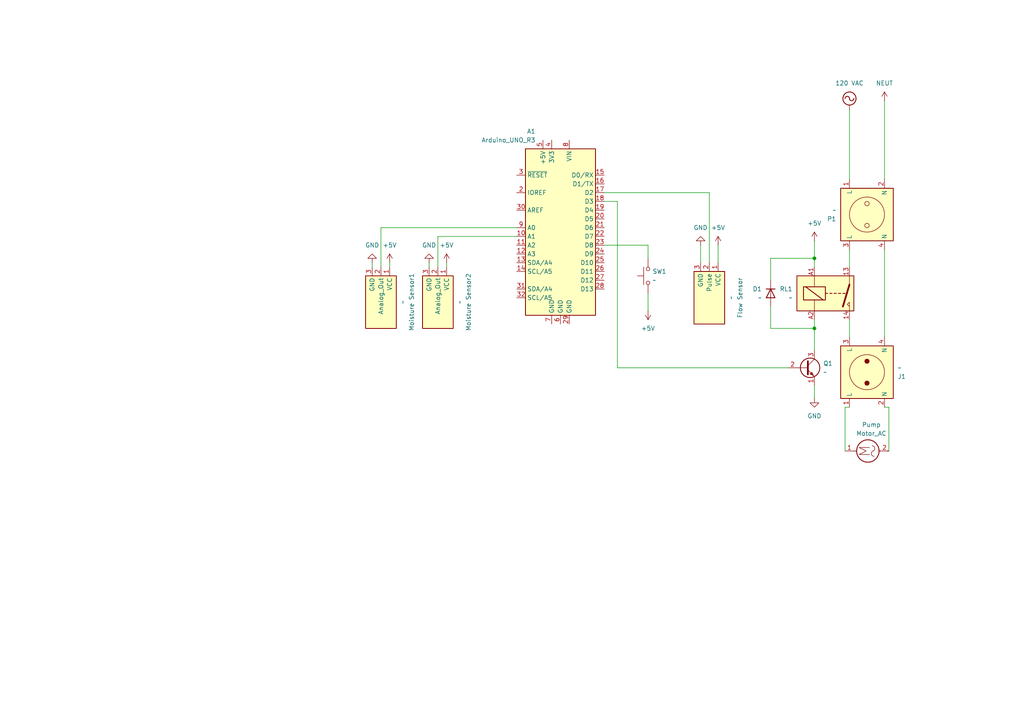
<source format=kicad_sch>
(kicad_sch
	(version 20250114)
	(generator "eeschema")
	(generator_version "9.0")
	(uuid "455ec9bb-e158-4b2a-b179-271533eeb8a5")
	(paper "A4")
	(lib_symbols
		(symbol "3SP-H2S-50_110-304_1"
			(exclude_from_sim no)
			(in_bom yes)
			(on_board yes)
			(property "Reference" "Moisture Sensor1"
				(at 0 8.89 0)
				(effects
					(font
						(size 1.27 1.27)
					)
				)
			)
			(property "Value" "~"
				(at 0 6.35 0)
				(effects
					(font
						(size 1.27 1.27)
					)
				)
			)
			(property "Footprint" ""
				(at 0 -8.89 0)
				(effects
					(font
						(size 1.27 1.27)
					)
					(hide yes)
				)
			)
			(property "Datasheet" ""
				(at 0 -11.43 0)
				(effects
					(font
						(size 1.27 1.27)
					)
					(hide yes)
				)
			)
			(property "Description" ""
				(at 0 0 0)
				(effects
					(font
						(size 1.27 1.27)
					)
					(hide yes)
				)
			)
			(property "ki_keywords" "H2S sensor"
				(at 0 0 0)
				(effects
					(font
						(size 1.27 1.27)
					)
					(hide yes)
				)
			)
			(property "ki_fp_filters" "SPEC*110*10Pin*"
				(at 0 0 0)
				(effects
					(font
						(size 1.27 1.27)
					)
					(hide yes)
				)
			)
			(symbol "3SP-H2S-50_110-304_1_0_1"
				(rectangle
					(start -7.62 4.445)
					(end 7.62 -4.445)
					(stroke
						(width 0.254)
						(type default)
					)
					(fill
						(type background)
					)
				)
			)
			(symbol "3SP-H2S-50_110-304_1_1_1"
				(pin input line
					(at -10.16 2.54 0)
					(length 2.54)
					(name "VCC"
						(effects
							(font
								(size 1.27 1.27)
							)
						)
					)
					(number "1"
						(effects
							(font
								(size 1.27 1.27)
							)
						)
					)
				)
				(pin output line
					(at -10.16 0 0)
					(length 2.54)
					(name "Analog_Out"
						(effects
							(font
								(size 1.27 1.27)
							)
						)
					)
					(number "2"
						(effects
							(font
								(size 1.27 1.27)
							)
						)
					)
				)
				(pin input line
					(at -10.16 -2.54 0)
					(length 2.54)
					(name "GND"
						(effects
							(font
								(size 1.27 1.27)
							)
						)
					)
					(number "3"
						(effects
							(font
								(size 1.27 1.27)
							)
						)
					)
				)
			)
			(embedded_fonts no)
		)
		(symbol "Connector:Conn_Plug_2P"
			(exclude_from_sim no)
			(in_bom yes)
			(on_board yes)
			(property "Reference" "P1"
				(at -1.2701 8.89 90)
				(effects
					(font
						(size 1.27 1.27)
					)
					(justify left)
				)
			)
			(property "Value" "Conn_Plug_2P"
				(at 1.2699 8.89 90)
				(effects
					(font
						(size 1.27 1.27)
					)
					(justify left)
				)
			)
			(property "Footprint" ""
				(at -4.572 -0.254 0)
				(effects
					(font
						(size 1.27 1.27)
					)
					(hide yes)
				)
			)
			(property "Datasheet" "~"
				(at 0 0 0)
				(effects
					(font
						(size 1.27 1.27)
					)
					(hide yes)
				)
			)
			(property "Description" "2 Pins non-protected generic plug"
				(at 0 0 0)
				(effects
					(font
						(size 1.27 1.27)
					)
					(hide yes)
				)
			)
			(property "ki_keywords" "2P mains plug wall"
				(at 0 0 0)
				(effects
					(font
						(size 1.27 1.27)
					)
					(hide yes)
				)
			)
			(property "ki_fp_filters" "CEE*7/2* CEE*7/16* CEE*7/17* NEMA*1?15* SN?441011*Type?11*"
				(at 0 0 0)
				(effects
					(font
						(size 1.27 1.27)
					)
					(hide yes)
				)
			)
			(symbol "Conn_Plug_2P_0_1"
				(circle
					(center 0 0)
					(radius 5.08)
					(stroke
						(width 0)
						(type default)
					)
					(fill
						(type none)
					)
				)
			)
			(symbol "Conn_Plug_2P_1_1"
				(rectangle
					(start -7.62 7.62)
					(end 7.62 -7.62)
					(stroke
						(width 0.254)
						(type default)
					)
					(fill
						(type background)
					)
				)
				(circle
					(center -3.175 0)
					(radius 0.635)
					(stroke
						(width 0)
						(type default)
					)
					(fill
						(type none)
					)
				)
				(circle
					(center 3.175 0)
					(radius 0.635)
					(stroke
						(width 0)
						(type default)
					)
					(fill
						(type none)
					)
				)
				(pin power_out line
					(at -10.16 5.08 0)
					(length 2.54)
					(name "L"
						(effects
							(font
								(size 1.27 1.27)
							)
						)
					)
					(number "3"
						(effects
							(font
								(size 1.27 1.27)
							)
						)
					)
				)
				(pin power_out line
					(at -10.16 -5.08 0)
					(length 2.54)
					(name "N"
						(effects
							(font
								(size 1.27 1.27)
							)
						)
					)
					(number "4"
						(effects
							(font
								(size 1.27 1.27)
							)
						)
					)
				)
				(pin power_in line
					(at 10.16 5.08 180)
					(length 2.54)
					(name "L"
						(effects
							(font
								(size 1.27 1.27)
							)
						)
					)
					(number "1"
						(effects
							(font
								(size 1.27 1.27)
							)
						)
					)
				)
				(pin power_in line
					(at 10.16 -5.08 180)
					(length 2.54)
					(name "N"
						(effects
							(font
								(size 1.27 1.27)
							)
						)
					)
					(number "2"
						(effects
							(font
								(size 1.27 1.27)
							)
						)
					)
				)
			)
			(embedded_fonts no)
		)
		(symbol "Connector:Conn_Receptacle_2P"
			(exclude_from_sim no)
			(in_bom yes)
			(on_board yes)
			(property "Reference" "J1"
				(at 1.2701 -8.89 90)
				(effects
					(font
						(size 1.27 1.27)
					)
					(justify right)
				)
			)
			(property "Value" "Conn_Receptacle_2P"
				(at -1.2699 -8.89 90)
				(effects
					(font
						(size 1.27 1.27)
					)
					(justify right)
				)
			)
			(property "Footprint" ""
				(at -4.572 -0.254 0)
				(effects
					(font
						(size 1.27 1.27)
					)
					(hide yes)
				)
			)
			(property "Datasheet" "~"
				(at 0 0 0)
				(effects
					(font
						(size 1.27 1.27)
					)
					(hide yes)
				)
			)
			(property "Description" "2 Pins non-protected generic plug"
				(at 0.254 0 0)
				(effects
					(font
						(size 1.27 1.27)
					)
					(hide yes)
				)
			)
			(property "ki_keywords" "2P mains receptacle wall"
				(at 0 0 0)
				(effects
					(font
						(size 1.27 1.27)
					)
					(hide yes)
				)
			)
			(property "ki_fp_filters" "CEE*7/2* CEE*7/16* CEE*7/17* NEMA*1?15* SN?441011*Type?11*"
				(at 0 0 0)
				(effects
					(font
						(size 1.27 1.27)
					)
					(hide yes)
				)
			)
			(symbol "Conn_Receptacle_2P_0_1"
				(circle
					(center 0 0)
					(radius 5.08)
					(stroke
						(width 0)
						(type default)
					)
					(fill
						(type none)
					)
				)
			)
			(symbol "Conn_Receptacle_2P_1_1"
				(rectangle
					(start -7.62 7.62)
					(end 7.62 -7.62)
					(stroke
						(width 0.254)
						(type default)
					)
					(fill
						(type background)
					)
				)
				(circle
					(center -3.175 0)
					(radius 0.635)
					(stroke
						(width 0)
						(type default)
					)
					(fill
						(type outline)
					)
				)
				(circle
					(center 3.175 0)
					(radius 0.635)
					(stroke
						(width 0)
						(type default)
					)
					(fill
						(type outline)
					)
				)
				(pin power_in line
					(at -10.16 5.08 0)
					(length 2.54)
					(name "L"
						(effects
							(font
								(size 1.27 1.27)
							)
						)
					)
					(number "3"
						(effects
							(font
								(size 1.27 1.27)
							)
						)
					)
				)
				(pin power_in line
					(at -10.16 -5.08 0)
					(length 2.54)
					(name "N"
						(effects
							(font
								(size 1.27 1.27)
							)
						)
					)
					(number "4"
						(effects
							(font
								(size 1.27 1.27)
							)
						)
					)
				)
				(pin power_out line
					(at 10.16 5.08 180)
					(length 2.54)
					(name "L"
						(effects
							(font
								(size 1.27 1.27)
							)
						)
					)
					(number "1"
						(effects
							(font
								(size 1.27 1.27)
							)
						)
					)
				)
				(pin power_out line
					(at 10.16 -5.08 180)
					(length 2.54)
					(name "N"
						(effects
							(font
								(size 1.27 1.27)
							)
						)
					)
					(number "2"
						(effects
							(font
								(size 1.27 1.27)
							)
						)
					)
				)
			)
			(embedded_fonts no)
		)
		(symbol "Diode:1N4007"
			(pin_numbers
				(hide yes)
			)
			(pin_names
				(hide yes)
			)
			(exclude_from_sim no)
			(in_bom yes)
			(on_board yes)
			(property "Reference" "D"
				(at 0 2.54 0)
				(effects
					(font
						(size 1.27 1.27)
					)
				)
			)
			(property "Value" "1N4007"
				(at 0 -2.54 0)
				(effects
					(font
						(size 1.27 1.27)
					)
				)
			)
			(property "Footprint" "Diode_THT:D_DO-41_SOD81_P10.16mm_Horizontal"
				(at 0 -4.445 0)
				(effects
					(font
						(size 1.27 1.27)
					)
					(hide yes)
				)
			)
			(property "Datasheet" "http://www.vishay.com/docs/88503/1n4001.pdf"
				(at 0 0 0)
				(effects
					(font
						(size 1.27 1.27)
					)
					(hide yes)
				)
			)
			(property "Description" "1000V 1A General Purpose Rectifier Diode, DO-41"
				(at 0 0 0)
				(effects
					(font
						(size 1.27 1.27)
					)
					(hide yes)
				)
			)
			(property "Sim.Device" "D"
				(at 0 0 0)
				(effects
					(font
						(size 1.27 1.27)
					)
					(hide yes)
				)
			)
			(property "Sim.Pins" "1=K 2=A"
				(at 0 0 0)
				(effects
					(font
						(size 1.27 1.27)
					)
					(hide yes)
				)
			)
			(property "ki_keywords" "diode"
				(at 0 0 0)
				(effects
					(font
						(size 1.27 1.27)
					)
					(hide yes)
				)
			)
			(property "ki_fp_filters" "D*DO?41*"
				(at 0 0 0)
				(effects
					(font
						(size 1.27 1.27)
					)
					(hide yes)
				)
			)
			(symbol "1N4007_0_1"
				(polyline
					(pts
						(xy -1.27 1.27) (xy -1.27 -1.27)
					)
					(stroke
						(width 0.254)
						(type default)
					)
					(fill
						(type none)
					)
				)
				(polyline
					(pts
						(xy 1.27 1.27) (xy 1.27 -1.27) (xy -1.27 0) (xy 1.27 1.27)
					)
					(stroke
						(width 0.254)
						(type default)
					)
					(fill
						(type none)
					)
				)
				(polyline
					(pts
						(xy 1.27 0) (xy -1.27 0)
					)
					(stroke
						(width 0)
						(type default)
					)
					(fill
						(type none)
					)
				)
			)
			(symbol "1N4007_1_1"
				(pin passive line
					(at -3.81 0 0)
					(length 2.54)
					(name "K"
						(effects
							(font
								(size 1.27 1.27)
							)
						)
					)
					(number "1"
						(effects
							(font
								(size 1.27 1.27)
							)
						)
					)
				)
				(pin passive line
					(at 3.81 0 180)
					(length 2.54)
					(name "A"
						(effects
							(font
								(size 1.27 1.27)
							)
						)
					)
					(number "2"
						(effects
							(font
								(size 1.27 1.27)
							)
						)
					)
				)
			)
			(embedded_fonts no)
		)
		(symbol "MCU_Module:Arduino_UNO_R3"
			(exclude_from_sim no)
			(in_bom yes)
			(on_board yes)
			(property "Reference" "A"
				(at -10.16 23.495 0)
				(effects
					(font
						(size 1.27 1.27)
					)
					(justify left bottom)
				)
			)
			(property "Value" "Arduino_UNO_R3"
				(at 5.08 -26.67 0)
				(effects
					(font
						(size 1.27 1.27)
					)
					(justify left top)
				)
			)
			(property "Footprint" "Module:Arduino_UNO_R3"
				(at 0 0 0)
				(effects
					(font
						(size 1.27 1.27)
						(italic yes)
					)
					(hide yes)
				)
			)
			(property "Datasheet" "https://www.arduino.cc/en/Main/arduinoBoardUno"
				(at 0 0 0)
				(effects
					(font
						(size 1.27 1.27)
					)
					(hide yes)
				)
			)
			(property "Description" "Arduino UNO Microcontroller Module, release 3"
				(at 0 0 0)
				(effects
					(font
						(size 1.27 1.27)
					)
					(hide yes)
				)
			)
			(property "ki_keywords" "Arduino UNO R3 Microcontroller Module Atmel AVR USB"
				(at 0 0 0)
				(effects
					(font
						(size 1.27 1.27)
					)
					(hide yes)
				)
			)
			(property "ki_fp_filters" "Arduino*UNO*R3*"
				(at 0 0 0)
				(effects
					(font
						(size 1.27 1.27)
					)
					(hide yes)
				)
			)
			(symbol "Arduino_UNO_R3_0_1"
				(rectangle
					(start -10.16 22.86)
					(end 10.16 -25.4)
					(stroke
						(width 0.254)
						(type default)
					)
					(fill
						(type background)
					)
				)
			)
			(symbol "Arduino_UNO_R3_1_1"
				(pin bidirectional line
					(at -12.7 15.24 0)
					(length 2.54)
					(name "D0/RX"
						(effects
							(font
								(size 1.27 1.27)
							)
						)
					)
					(number "15"
						(effects
							(font
								(size 1.27 1.27)
							)
						)
					)
				)
				(pin bidirectional line
					(at -12.7 12.7 0)
					(length 2.54)
					(name "D1/TX"
						(effects
							(font
								(size 1.27 1.27)
							)
						)
					)
					(number "16"
						(effects
							(font
								(size 1.27 1.27)
							)
						)
					)
				)
				(pin bidirectional line
					(at -12.7 10.16 0)
					(length 2.54)
					(name "D2"
						(effects
							(font
								(size 1.27 1.27)
							)
						)
					)
					(number "17"
						(effects
							(font
								(size 1.27 1.27)
							)
						)
					)
				)
				(pin bidirectional line
					(at -12.7 7.62 0)
					(length 2.54)
					(name "D3"
						(effects
							(font
								(size 1.27 1.27)
							)
						)
					)
					(number "18"
						(effects
							(font
								(size 1.27 1.27)
							)
						)
					)
				)
				(pin bidirectional line
					(at -12.7 5.08 0)
					(length 2.54)
					(name "D4"
						(effects
							(font
								(size 1.27 1.27)
							)
						)
					)
					(number "19"
						(effects
							(font
								(size 1.27 1.27)
							)
						)
					)
				)
				(pin bidirectional line
					(at -12.7 2.54 0)
					(length 2.54)
					(name "D5"
						(effects
							(font
								(size 1.27 1.27)
							)
						)
					)
					(number "20"
						(effects
							(font
								(size 1.27 1.27)
							)
						)
					)
				)
				(pin bidirectional line
					(at -12.7 0 0)
					(length 2.54)
					(name "D6"
						(effects
							(font
								(size 1.27 1.27)
							)
						)
					)
					(number "21"
						(effects
							(font
								(size 1.27 1.27)
							)
						)
					)
				)
				(pin bidirectional line
					(at -12.7 -2.54 0)
					(length 2.54)
					(name "D7"
						(effects
							(font
								(size 1.27 1.27)
							)
						)
					)
					(number "22"
						(effects
							(font
								(size 1.27 1.27)
							)
						)
					)
				)
				(pin bidirectional line
					(at -12.7 -5.08 0)
					(length 2.54)
					(name "D8"
						(effects
							(font
								(size 1.27 1.27)
							)
						)
					)
					(number "23"
						(effects
							(font
								(size 1.27 1.27)
							)
						)
					)
				)
				(pin bidirectional line
					(at -12.7 -7.62 0)
					(length 2.54)
					(name "D9"
						(effects
							(font
								(size 1.27 1.27)
							)
						)
					)
					(number "24"
						(effects
							(font
								(size 1.27 1.27)
							)
						)
					)
				)
				(pin bidirectional line
					(at -12.7 -10.16 0)
					(length 2.54)
					(name "D10"
						(effects
							(font
								(size 1.27 1.27)
							)
						)
					)
					(number "25"
						(effects
							(font
								(size 1.27 1.27)
							)
						)
					)
				)
				(pin bidirectional line
					(at -12.7 -12.7 0)
					(length 2.54)
					(name "D11"
						(effects
							(font
								(size 1.27 1.27)
							)
						)
					)
					(number "26"
						(effects
							(font
								(size 1.27 1.27)
							)
						)
					)
				)
				(pin bidirectional line
					(at -12.7 -15.24 0)
					(length 2.54)
					(name "D12"
						(effects
							(font
								(size 1.27 1.27)
							)
						)
					)
					(number "27"
						(effects
							(font
								(size 1.27 1.27)
							)
						)
					)
				)
				(pin bidirectional line
					(at -12.7 -17.78 0)
					(length 2.54)
					(name "D13"
						(effects
							(font
								(size 1.27 1.27)
							)
						)
					)
					(number "28"
						(effects
							(font
								(size 1.27 1.27)
							)
						)
					)
				)
				(pin no_connect line
					(at -10.16 -20.32 0)
					(length 2.54)
					(hide yes)
					(name "NC"
						(effects
							(font
								(size 1.27 1.27)
							)
						)
					)
					(number "1"
						(effects
							(font
								(size 1.27 1.27)
							)
						)
					)
				)
				(pin power_in line
					(at -2.54 25.4 270)
					(length 2.54)
					(name "VIN"
						(effects
							(font
								(size 1.27 1.27)
							)
						)
					)
					(number "8"
						(effects
							(font
								(size 1.27 1.27)
							)
						)
					)
				)
				(pin power_in line
					(at -2.54 -27.94 90)
					(length 2.54)
					(name "GND"
						(effects
							(font
								(size 1.27 1.27)
							)
						)
					)
					(number "29"
						(effects
							(font
								(size 1.27 1.27)
							)
						)
					)
				)
				(pin power_in line
					(at 0 -27.94 90)
					(length 2.54)
					(name "GND"
						(effects
							(font
								(size 1.27 1.27)
							)
						)
					)
					(number "6"
						(effects
							(font
								(size 1.27 1.27)
							)
						)
					)
				)
				(pin power_out line
					(at 2.54 25.4 270)
					(length 2.54)
					(name "3V3"
						(effects
							(font
								(size 1.27 1.27)
							)
						)
					)
					(number "4"
						(effects
							(font
								(size 1.27 1.27)
							)
						)
					)
				)
				(pin power_in line
					(at 2.54 -27.94 90)
					(length 2.54)
					(name "GND"
						(effects
							(font
								(size 1.27 1.27)
							)
						)
					)
					(number "7"
						(effects
							(font
								(size 1.27 1.27)
							)
						)
					)
				)
				(pin power_out line
					(at 5.08 25.4 270)
					(length 2.54)
					(name "+5V"
						(effects
							(font
								(size 1.27 1.27)
							)
						)
					)
					(number "5"
						(effects
							(font
								(size 1.27 1.27)
							)
						)
					)
				)
				(pin input line
					(at 12.7 15.24 180)
					(length 2.54)
					(name "~{RESET}"
						(effects
							(font
								(size 1.27 1.27)
							)
						)
					)
					(number "3"
						(effects
							(font
								(size 1.27 1.27)
							)
						)
					)
				)
				(pin output line
					(at 12.7 10.16 180)
					(length 2.54)
					(name "IOREF"
						(effects
							(font
								(size 1.27 1.27)
							)
						)
					)
					(number "2"
						(effects
							(font
								(size 1.27 1.27)
							)
						)
					)
				)
				(pin input line
					(at 12.7 5.08 180)
					(length 2.54)
					(name "AREF"
						(effects
							(font
								(size 1.27 1.27)
							)
						)
					)
					(number "30"
						(effects
							(font
								(size 1.27 1.27)
							)
						)
					)
				)
				(pin bidirectional line
					(at 12.7 0 180)
					(length 2.54)
					(name "A0"
						(effects
							(font
								(size 1.27 1.27)
							)
						)
					)
					(number "9"
						(effects
							(font
								(size 1.27 1.27)
							)
						)
					)
				)
				(pin bidirectional line
					(at 12.7 -2.54 180)
					(length 2.54)
					(name "A1"
						(effects
							(font
								(size 1.27 1.27)
							)
						)
					)
					(number "10"
						(effects
							(font
								(size 1.27 1.27)
							)
						)
					)
				)
				(pin bidirectional line
					(at 12.7 -5.08 180)
					(length 2.54)
					(name "A2"
						(effects
							(font
								(size 1.27 1.27)
							)
						)
					)
					(number "11"
						(effects
							(font
								(size 1.27 1.27)
							)
						)
					)
				)
				(pin bidirectional line
					(at 12.7 -7.62 180)
					(length 2.54)
					(name "A3"
						(effects
							(font
								(size 1.27 1.27)
							)
						)
					)
					(number "12"
						(effects
							(font
								(size 1.27 1.27)
							)
						)
					)
				)
				(pin bidirectional line
					(at 12.7 -10.16 180)
					(length 2.54)
					(name "SDA/A4"
						(effects
							(font
								(size 1.27 1.27)
							)
						)
					)
					(number "13"
						(effects
							(font
								(size 1.27 1.27)
							)
						)
					)
				)
				(pin bidirectional line
					(at 12.7 -12.7 180)
					(length 2.54)
					(name "SCL/A5"
						(effects
							(font
								(size 1.27 1.27)
							)
						)
					)
					(number "14"
						(effects
							(font
								(size 1.27 1.27)
							)
						)
					)
				)
				(pin bidirectional line
					(at 12.7 -17.78 180)
					(length 2.54)
					(name "SDA/A4"
						(effects
							(font
								(size 1.27 1.27)
							)
						)
					)
					(number "31"
						(effects
							(font
								(size 1.27 1.27)
							)
						)
					)
				)
				(pin bidirectional line
					(at 12.7 -20.32 180)
					(length 2.54)
					(name "SCL/A5"
						(effects
							(font
								(size 1.27 1.27)
							)
						)
					)
					(number "32"
						(effects
							(font
								(size 1.27 1.27)
							)
						)
					)
				)
			)
			(embedded_fonts no)
		)
		(symbol "Motor:Motor_AC"
			(pin_names
				(offset 0)
			)
			(exclude_from_sim no)
			(in_bom yes)
			(on_board yes)
			(property "Reference" "M"
				(at 2.54 2.54 0)
				(effects
					(font
						(size 1.27 1.27)
					)
					(justify left)
				)
			)
			(property "Value" "Motor_AC"
				(at 2.54 -5.08 0)
				(effects
					(font
						(size 1.27 1.27)
					)
					(justify left top)
				)
			)
			(property "Footprint" ""
				(at 0 -2.286 0)
				(effects
					(font
						(size 1.27 1.27)
					)
					(hide yes)
				)
			)
			(property "Datasheet" "~"
				(at 0 -2.286 0)
				(effects
					(font
						(size 1.27 1.27)
					)
					(hide yes)
				)
			)
			(property "Description" "AC Motor"
				(at 0 0 0)
				(effects
					(font
						(size 1.27 1.27)
					)
					(hide yes)
				)
			)
			(property "ki_keywords" "AC Motor"
				(at 0 0 0)
				(effects
					(font
						(size 1.27 1.27)
					)
					(hide yes)
				)
			)
			(property "ki_fp_filters" "PinHeader*P2.54mm* TerminalBlock*"
				(at 0 0 0)
				(effects
					(font
						(size 1.27 1.27)
					)
					(hide yes)
				)
			)
			(symbol "Motor_AC_0_0"
				(polyline
					(pts
						(xy -1.016 -2.032) (xy -1.016 1.016) (xy 0 -1.016) (xy 1.016 1.016) (xy 1.016 -2.032)
					)
					(stroke
						(width 0)
						(type default)
					)
					(fill
						(type none)
					)
				)
				(arc
					(start 0 -3.048)
					(mid -0.8622 -3.5222)
					(end -1.524 -2.794)
					(stroke
						(width 0)
						(type default)
					)
					(fill
						(type none)
					)
				)
				(arc
					(start 0 -3.048)
					(mid 0.8657 -2.5527)
					(end 1.524 -3.302)
					(stroke
						(width 0)
						(type default)
					)
					(fill
						(type none)
					)
				)
			)
			(symbol "Motor_AC_0_1"
				(polyline
					(pts
						(xy 0 2.032) (xy 0 2.54)
					)
					(stroke
						(width 0)
						(type default)
					)
					(fill
						(type none)
					)
				)
				(polyline
					(pts
						(xy 0 1.7272) (xy 0 2.0828)
					)
					(stroke
						(width 0)
						(type default)
					)
					(fill
						(type none)
					)
				)
				(circle
					(center 0 -1.524)
					(radius 3.2512)
					(stroke
						(width 0.254)
						(type default)
					)
					(fill
						(type none)
					)
				)
				(polyline
					(pts
						(xy 0 -4.7752) (xy 0 -5.1816)
					)
					(stroke
						(width 0)
						(type default)
					)
					(fill
						(type none)
					)
				)
				(polyline
					(pts
						(xy 0 -7.62) (xy 0 -7.112)
					)
					(stroke
						(width 0)
						(type default)
					)
					(fill
						(type none)
					)
				)
			)
			(symbol "Motor_AC_1_1"
				(pin passive line
					(at 0 5.08 270)
					(length 2.54)
					(name "~"
						(effects
							(font
								(size 1.27 1.27)
							)
						)
					)
					(number "1"
						(effects
							(font
								(size 1.27 1.27)
							)
						)
					)
				)
				(pin passive line
					(at 0 -7.62 90)
					(length 2.54)
					(name "~"
						(effects
							(font
								(size 1.27 1.27)
							)
						)
					)
					(number "2"
						(effects
							(font
								(size 1.27 1.27)
							)
						)
					)
				)
			)
			(embedded_fonts no)
		)
		(symbol "Relay:AZSR131-1AE-12D"
			(exclude_from_sim no)
			(in_bom yes)
			(on_board yes)
			(property "Reference" "RL2"
				(at 12.065 0 90)
				(effects
					(font
						(size 1.27 1.27)
					)
				)
			)
			(property "Value" "AZSR131-1AE-12D"
				(at 9.525 0 90)
				(effects
					(font
						(size 1.27 1.27)
					)
				)
			)
			(property "Footprint" "Relay_THT:Relay_SPST_Zettler-AZSR131"
				(at 7.62 -1.27 0)
				(effects
					(font
						(size 1.27 1.27)
					)
					(justify left)
					(hide yes)
				)
			)
			(property "Datasheet" "https://www.azettler.com/pdfs/azsr131.pdf"
				(at 0 0 0)
				(effects
					(font
						(size 1.27 1.27)
					)
					(hide yes)
				)
			)
			(property "Description" "SPST, Closing Contact, 277VAC 35A max, 12V DC coil voltage"
				(at 0 0 0)
				(effects
					(font
						(size 1.27 1.27)
					)
					(hide yes)
				)
			)
			(property "ki_keywords" "Single Pole Reed Relay SPST"
				(at 0 0 0)
				(effects
					(font
						(size 1.27 1.27)
					)
					(hide yes)
				)
			)
			(property "ki_fp_filters" "Relay*AZSR131*"
				(at 0 0 0)
				(effects
					(font
						(size 1.27 1.27)
					)
					(hide yes)
				)
			)
			(symbol "AZSR131-1AE-12D_0_0"
				(polyline
					(pts
						(xy 5.08 5.08) (xy 5.08 2.54) (xy 4.445 3.175) (xy 5.08 3.81)
					)
					(stroke
						(width 0)
						(type default)
					)
					(fill
						(type none)
					)
				)
			)
			(symbol "AZSR131-1AE-12D_0_1"
				(rectangle
					(start -10.16 5.08)
					(end 6.35 -5.08)
					(stroke
						(width 0.254)
						(type default)
					)
					(fill
						(type background)
					)
				)
				(rectangle
					(start -8.255 1.905)
					(end -1.905 -1.905)
					(stroke
						(width 0.254)
						(type default)
					)
					(fill
						(type none)
					)
				)
				(polyline
					(pts
						(xy -7.62 -1.905) (xy -2.54 1.905)
					)
					(stroke
						(width 0.254)
						(type default)
					)
					(fill
						(type none)
					)
				)
				(polyline
					(pts
						(xy -5.08 5.08) (xy -5.08 1.905)
					)
					(stroke
						(width 0)
						(type default)
					)
					(fill
						(type none)
					)
				)
				(polyline
					(pts
						(xy -5.08 -5.08) (xy -5.08 -1.905)
					)
					(stroke
						(width 0)
						(type default)
					)
					(fill
						(type none)
					)
				)
				(polyline
					(pts
						(xy -1.905 0) (xy -1.27 0)
					)
					(stroke
						(width 0.254)
						(type default)
					)
					(fill
						(type none)
					)
				)
				(polyline
					(pts
						(xy -0.635 0) (xy 0 0)
					)
					(stroke
						(width 0.254)
						(type default)
					)
					(fill
						(type none)
					)
				)
				(polyline
					(pts
						(xy 0.635 0) (xy 1.27 0)
					)
					(stroke
						(width 0.254)
						(type default)
					)
					(fill
						(type none)
					)
				)
				(polyline
					(pts
						(xy 1.905 0) (xy 2.54 0)
					)
					(stroke
						(width 0.254)
						(type default)
					)
					(fill
						(type none)
					)
				)
				(polyline
					(pts
						(xy 3.175 0) (xy 3.81 0)
					)
					(stroke
						(width 0.254)
						(type default)
					)
					(fill
						(type none)
					)
				)
				(polyline
					(pts
						(xy 5.08 -2.54) (xy 3.175 3.81)
					)
					(stroke
						(width 0.508)
						(type default)
					)
					(fill
						(type none)
					)
				)
				(polyline
					(pts
						(xy 5.08 -2.54) (xy 5.08 -5.08)
					)
					(stroke
						(width 0)
						(type default)
					)
					(fill
						(type none)
					)
				)
			)
			(symbol "AZSR131-1AE-12D_1_1"
				(pin passive line
					(at -5.08 7.62 270)
					(length 2.54)
					(name "~"
						(effects
							(font
								(size 1.27 1.27)
							)
						)
					)
					(number "A2"
						(effects
							(font
								(size 1.27 1.27)
							)
						)
					)
				)
				(pin passive line
					(at -5.08 -7.62 90)
					(length 2.54)
					(name "~"
						(effects
							(font
								(size 1.27 1.27)
							)
						)
					)
					(number "A1"
						(effects
							(font
								(size 1.27 1.27)
							)
						)
					)
				)
				(pin passive line
					(at 5.08 7.62 270)
					(length 2.54)
					(name "~"
						(effects
							(font
								(size 1.27 1.27)
							)
						)
					)
					(number "14"
						(effects
							(font
								(size 1.27 1.27)
							)
						)
					)
				)
				(pin passive line
					(at 5.08 -7.62 90)
					(length 2.54)
					(name "~"
						(effects
							(font
								(size 1.27 1.27)
							)
						)
					)
					(number "13"
						(effects
							(font
								(size 1.27 1.27)
							)
						)
					)
				)
			)
			(embedded_fonts no)
		)
		(symbol "Sensor_Gas:3SP-H2S-50_110-304"
			(exclude_from_sim no)
			(in_bom yes)
			(on_board yes)
			(property "Reference" ""
				(at 0 8.89 0)
				(effects
					(font
						(size 1.27 1.27)
					)
				)
			)
			(property "Value" ""
				(at 0 6.35 0)
				(effects
					(font
						(size 1.27 1.27)
					)
				)
			)
			(property "Footprint" ""
				(at 0 -8.89 0)
				(effects
					(font
						(size 1.27 1.27)
					)
					(hide yes)
				)
			)
			(property "Datasheet" ""
				(at 0 -11.43 0)
				(effects
					(font
						(size 1.27 1.27)
					)
					(hide yes)
				)
			)
			(property "Description" ""
				(at 0 0 0)
				(effects
					(font
						(size 1.27 1.27)
					)
					(hide yes)
				)
			)
			(property "ki_keywords" "H2S sensor"
				(at 0 0 0)
				(effects
					(font
						(size 1.27 1.27)
					)
					(hide yes)
				)
			)
			(property "ki_fp_filters" "SPEC*110*10Pin*"
				(at 0 0 0)
				(effects
					(font
						(size 1.27 1.27)
					)
					(hide yes)
				)
			)
			(symbol "3SP-H2S-50_110-304_0_1"
				(rectangle
					(start -7.62 4.445)
					(end 7.62 -4.445)
					(stroke
						(width 0.254)
						(type default)
					)
					(fill
						(type background)
					)
				)
			)
			(symbol "3SP-H2S-50_110-304_1_1"
				(pin input line
					(at -10.16 2.54 0)
					(length 2.54)
					(name "VCC"
						(effects
							(font
								(size 1.27 1.27)
							)
						)
					)
					(number "1"
						(effects
							(font
								(size 1.27 1.27)
							)
						)
					)
				)
				(pin output line
					(at -10.16 0 0)
					(length 2.54)
					(name "Pulse"
						(effects
							(font
								(size 1.27 1.27)
							)
						)
					)
					(number "2"
						(effects
							(font
								(size 1.27 1.27)
							)
						)
					)
				)
				(pin input line
					(at -10.16 -2.54 0)
					(length 2.54)
					(name "GND"
						(effects
							(font
								(size 1.27 1.27)
							)
						)
					)
					(number "3"
						(effects
							(font
								(size 1.27 1.27)
							)
						)
					)
				)
			)
			(embedded_fonts no)
		)
		(symbol "Switch:SW_Push"
			(pin_numbers
				(hide yes)
			)
			(pin_names
				(offset 1.016)
				(hide yes)
			)
			(exclude_from_sim no)
			(in_bom yes)
			(on_board yes)
			(property "Reference" "SW"
				(at 1.27 2.54 0)
				(effects
					(font
						(size 1.27 1.27)
					)
					(justify left)
				)
			)
			(property "Value" "SW_Push"
				(at 0 -1.524 0)
				(effects
					(font
						(size 1.27 1.27)
					)
				)
			)
			(property "Footprint" ""
				(at 0 5.08 0)
				(effects
					(font
						(size 1.27 1.27)
					)
					(hide yes)
				)
			)
			(property "Datasheet" "~"
				(at 0 5.08 0)
				(effects
					(font
						(size 1.27 1.27)
					)
					(hide yes)
				)
			)
			(property "Description" "Push button switch, generic, two pins"
				(at 0 0 0)
				(effects
					(font
						(size 1.27 1.27)
					)
					(hide yes)
				)
			)
			(property "ki_keywords" "switch normally-open pushbutton push-button"
				(at 0 0 0)
				(effects
					(font
						(size 1.27 1.27)
					)
					(hide yes)
				)
			)
			(symbol "SW_Push_0_1"
				(circle
					(center -2.032 0)
					(radius 0.508)
					(stroke
						(width 0)
						(type default)
					)
					(fill
						(type none)
					)
				)
				(polyline
					(pts
						(xy 0 1.27) (xy 0 3.048)
					)
					(stroke
						(width 0)
						(type default)
					)
					(fill
						(type none)
					)
				)
				(circle
					(center 2.032 0)
					(radius 0.508)
					(stroke
						(width 0)
						(type default)
					)
					(fill
						(type none)
					)
				)
				(polyline
					(pts
						(xy 2.54 1.27) (xy -2.54 1.27)
					)
					(stroke
						(width 0)
						(type default)
					)
					(fill
						(type none)
					)
				)
				(pin passive line
					(at -5.08 0 0)
					(length 2.54)
					(name "1"
						(effects
							(font
								(size 1.27 1.27)
							)
						)
					)
					(number "1"
						(effects
							(font
								(size 1.27 1.27)
							)
						)
					)
				)
				(pin passive line
					(at 5.08 0 180)
					(length 2.54)
					(name "2"
						(effects
							(font
								(size 1.27 1.27)
							)
						)
					)
					(number "2"
						(effects
							(font
								(size 1.27 1.27)
							)
						)
					)
				)
			)
			(embedded_fonts no)
		)
		(symbol "Transistor_BJT:PN2222A"
			(pin_names
				(offset 0)
				(hide yes)
			)
			(exclude_from_sim no)
			(in_bom yes)
			(on_board yes)
			(property "Reference" "Q"
				(at 5.08 1.905 0)
				(effects
					(font
						(size 1.27 1.27)
					)
					(justify left)
				)
			)
			(property "Value" "PN2222A"
				(at 5.08 0 0)
				(effects
					(font
						(size 1.27 1.27)
					)
					(justify left)
				)
			)
			(property "Footprint" "Package_TO_SOT_THT:TO-92_Inline"
				(at 5.08 -1.905 0)
				(effects
					(font
						(size 1.27 1.27)
						(italic yes)
					)
					(justify left)
					(hide yes)
				)
			)
			(property "Datasheet" "https://www.onsemi.com/pub/Collateral/PN2222-D.PDF"
				(at 0 0 0)
				(effects
					(font
						(size 1.27 1.27)
					)
					(justify left)
					(hide yes)
				)
			)
			(property "Description" "1A Ic, 40V Vce, NPN Transistor, General Purpose Transistor, TO-92"
				(at 0 0 0)
				(effects
					(font
						(size 1.27 1.27)
					)
					(hide yes)
				)
			)
			(property "ki_keywords" "NPN Transistor"
				(at 0 0 0)
				(effects
					(font
						(size 1.27 1.27)
					)
					(hide yes)
				)
			)
			(property "ki_fp_filters" "TO?92*"
				(at 0 0 0)
				(effects
					(font
						(size 1.27 1.27)
					)
					(hide yes)
				)
			)
			(symbol "PN2222A_0_1"
				(polyline
					(pts
						(xy -2.54 0) (xy 0.635 0)
					)
					(stroke
						(width 0)
						(type default)
					)
					(fill
						(type none)
					)
				)
				(polyline
					(pts
						(xy 0.635 1.905) (xy 0.635 -1.905)
					)
					(stroke
						(width 0.508)
						(type default)
					)
					(fill
						(type none)
					)
				)
				(circle
					(center 1.27 0)
					(radius 2.8194)
					(stroke
						(width 0.254)
						(type default)
					)
					(fill
						(type none)
					)
				)
			)
			(symbol "PN2222A_1_1"
				(polyline
					(pts
						(xy 0.635 0.635) (xy 2.54 2.54)
					)
					(stroke
						(width 0)
						(type default)
					)
					(fill
						(type none)
					)
				)
				(polyline
					(pts
						(xy 0.635 -0.635) (xy 2.54 -2.54)
					)
					(stroke
						(width 0)
						(type default)
					)
					(fill
						(type none)
					)
				)
				(polyline
					(pts
						(xy 1.27 -1.778) (xy 1.778 -1.27) (xy 2.286 -2.286) (xy 1.27 -1.778)
					)
					(stroke
						(width 0)
						(type default)
					)
					(fill
						(type outline)
					)
				)
				(pin input line
					(at -5.08 0 0)
					(length 2.54)
					(name "B"
						(effects
							(font
								(size 1.27 1.27)
							)
						)
					)
					(number "2"
						(effects
							(font
								(size 1.27 1.27)
							)
						)
					)
				)
				(pin passive line
					(at 2.54 5.08 270)
					(length 2.54)
					(name "C"
						(effects
							(font
								(size 1.27 1.27)
							)
						)
					)
					(number "3"
						(effects
							(font
								(size 1.27 1.27)
							)
						)
					)
				)
				(pin passive line
					(at 2.54 -5.08 90)
					(length 2.54)
					(name "E"
						(effects
							(font
								(size 1.27 1.27)
							)
						)
					)
					(number "1"
						(effects
							(font
								(size 1.27 1.27)
							)
						)
					)
				)
			)
			(embedded_fonts no)
		)
		(symbol "power:+9V"
			(power)
			(pin_numbers
				(hide yes)
			)
			(pin_names
				(offset 0)
				(hide yes)
			)
			(exclude_from_sim no)
			(in_bom yes)
			(on_board yes)
			(property "Reference" "#PWR"
				(at 0 -3.81 0)
				(effects
					(font
						(size 1.27 1.27)
					)
					(hide yes)
				)
			)
			(property "Value" "+9V"
				(at 0 3.556 0)
				(effects
					(font
						(size 1.27 1.27)
					)
				)
			)
			(property "Footprint" ""
				(at 0 0 0)
				(effects
					(font
						(size 1.27 1.27)
					)
					(hide yes)
				)
			)
			(property "Datasheet" ""
				(at 0 0 0)
				(effects
					(font
						(size 1.27 1.27)
					)
					(hide yes)
				)
			)
			(property "Description" "Power symbol creates a global label with name \"+9V\""
				(at 0 0 0)
				(effects
					(font
						(size 1.27 1.27)
					)
					(hide yes)
				)
			)
			(property "ki_keywords" "global power"
				(at 0 0 0)
				(effects
					(font
						(size 1.27 1.27)
					)
					(hide yes)
				)
			)
			(symbol "+9V_0_1"
				(polyline
					(pts
						(xy -0.762 1.27) (xy 0 2.54)
					)
					(stroke
						(width 0)
						(type default)
					)
					(fill
						(type none)
					)
				)
				(polyline
					(pts
						(xy 0 2.54) (xy 0.762 1.27)
					)
					(stroke
						(width 0)
						(type default)
					)
					(fill
						(type none)
					)
				)
				(polyline
					(pts
						(xy 0 0) (xy 0 2.54)
					)
					(stroke
						(width 0)
						(type default)
					)
					(fill
						(type none)
					)
				)
			)
			(symbol "+9V_1_1"
				(pin power_in line
					(at 0 0 90)
					(length 0)
					(name "~"
						(effects
							(font
								(size 1.27 1.27)
							)
						)
					)
					(number "1"
						(effects
							(font
								(size 1.27 1.27)
							)
						)
					)
				)
			)
			(embedded_fonts no)
		)
		(symbol "power:GND"
			(power)
			(pin_numbers
				(hide yes)
			)
			(pin_names
				(offset 0)
				(hide yes)
			)
			(exclude_from_sim no)
			(in_bom yes)
			(on_board yes)
			(property "Reference" "#PWR"
				(at 0 -6.35 0)
				(effects
					(font
						(size 1.27 1.27)
					)
					(hide yes)
				)
			)
			(property "Value" "GND"
				(at 0 -3.81 0)
				(effects
					(font
						(size 1.27 1.27)
					)
				)
			)
			(property "Footprint" ""
				(at 0 0 0)
				(effects
					(font
						(size 1.27 1.27)
					)
					(hide yes)
				)
			)
			(property "Datasheet" ""
				(at 0 0 0)
				(effects
					(font
						(size 1.27 1.27)
					)
					(hide yes)
				)
			)
			(property "Description" "Power symbol creates a global label with name \"GND\" , ground"
				(at 0 0 0)
				(effects
					(font
						(size 1.27 1.27)
					)
					(hide yes)
				)
			)
			(property "ki_keywords" "global power"
				(at 0 0 0)
				(effects
					(font
						(size 1.27 1.27)
					)
					(hide yes)
				)
			)
			(symbol "GND_0_1"
				(polyline
					(pts
						(xy 0 0) (xy 0 -1.27) (xy 1.27 -1.27) (xy 0 -2.54) (xy -1.27 -1.27) (xy 0 -1.27)
					)
					(stroke
						(width 0)
						(type default)
					)
					(fill
						(type none)
					)
				)
			)
			(symbol "GND_1_1"
				(pin power_in line
					(at 0 0 270)
					(length 0)
					(name "~"
						(effects
							(font
								(size 1.27 1.27)
							)
						)
					)
					(number "1"
						(effects
							(font
								(size 1.27 1.27)
							)
						)
					)
				)
			)
			(embedded_fonts no)
		)
		(symbol "power:NEUT"
			(power)
			(pin_numbers
				(hide yes)
			)
			(pin_names
				(offset 0)
				(hide yes)
			)
			(exclude_from_sim no)
			(in_bom yes)
			(on_board yes)
			(property "Reference" "#PWR"
				(at 0 -3.81 0)
				(effects
					(font
						(size 1.27 1.27)
					)
					(hide yes)
				)
			)
			(property "Value" "NEUT"
				(at 0 3.556 0)
				(effects
					(font
						(size 1.27 1.27)
					)
				)
			)
			(property "Footprint" ""
				(at 0 0 0)
				(effects
					(font
						(size 1.27 1.27)
					)
					(hide yes)
				)
			)
			(property "Datasheet" ""
				(at 0 0 0)
				(effects
					(font
						(size 1.27 1.27)
					)
					(hide yes)
				)
			)
			(property "Description" "Power symbol creates a global label with name \"NEUT\""
				(at 0 0 0)
				(effects
					(font
						(size 1.27 1.27)
					)
					(hide yes)
				)
			)
			(property "ki_keywords" "global power"
				(at 0 0 0)
				(effects
					(font
						(size 1.27 1.27)
					)
					(hide yes)
				)
			)
			(symbol "NEUT_0_1"
				(polyline
					(pts
						(xy -0.762 1.27) (xy 0 2.54)
					)
					(stroke
						(width 0)
						(type default)
					)
					(fill
						(type none)
					)
				)
				(polyline
					(pts
						(xy 0 2.54) (xy 0.762 1.27)
					)
					(stroke
						(width 0)
						(type default)
					)
					(fill
						(type none)
					)
				)
				(polyline
					(pts
						(xy 0 0) (xy 0 2.54)
					)
					(stroke
						(width 0)
						(type default)
					)
					(fill
						(type none)
					)
				)
			)
			(symbol "NEUT_1_1"
				(pin power_in line
					(at 0 0 90)
					(length 0)
					(name "~"
						(effects
							(font
								(size 1.27 1.27)
							)
						)
					)
					(number "1"
						(effects
							(font
								(size 1.27 1.27)
							)
						)
					)
				)
			)
			(embedded_fonts no)
		)
		(symbol "power:VAC"
			(power)
			(pin_numbers
				(hide yes)
			)
			(pin_names
				(offset 0)
				(hide yes)
			)
			(exclude_from_sim no)
			(in_bom yes)
			(on_board yes)
			(property "Reference" "#PWR"
				(at 0 -2.54 0)
				(effects
					(font
						(size 1.27 1.27)
					)
					(hide yes)
				)
			)
			(property "Value" "VAC"
				(at 0 6.35 0)
				(effects
					(font
						(size 1.27 1.27)
					)
				)
			)
			(property "Footprint" ""
				(at 0 0 0)
				(effects
					(font
						(size 1.27 1.27)
					)
					(hide yes)
				)
			)
			(property "Datasheet" ""
				(at 0 0 0)
				(effects
					(font
						(size 1.27 1.27)
					)
					(hide yes)
				)
			)
			(property "Description" "Power symbol creates a global label with name \"VAC\""
				(at 0 0 0)
				(effects
					(font
						(size 1.27 1.27)
					)
					(hide yes)
				)
			)
			(property "ki_keywords" "global power"
				(at 0 0 0)
				(effects
					(font
						(size 1.27 1.27)
					)
					(hide yes)
				)
			)
			(symbol "VAC_0_1"
				(arc
					(start -1.27 3.175)
					(mid -0.635 3.8073)
					(end 0 3.175)
					(stroke
						(width 0.254)
						(type default)
					)
					(fill
						(type none)
					)
				)
				(circle
					(center 0 3.175)
					(radius 1.905)
					(stroke
						(width 0.254)
						(type default)
					)
					(fill
						(type none)
					)
				)
				(polyline
					(pts
						(xy 0 0) (xy 0 1.27)
					)
					(stroke
						(width 0)
						(type default)
					)
					(fill
						(type none)
					)
				)
				(arc
					(start 1.27 3.175)
					(mid 0.635 2.5427)
					(end 0 3.175)
					(stroke
						(width 0.254)
						(type default)
					)
					(fill
						(type none)
					)
				)
			)
			(symbol "VAC_1_1"
				(pin power_in line
					(at 0 0 90)
					(length 0)
					(name "~"
						(effects
							(font
								(size 1.27 1.27)
							)
						)
					)
					(number "1"
						(effects
							(font
								(size 1.27 1.27)
							)
						)
					)
				)
			)
			(embedded_fonts no)
		)
	)
	(junction
		(at 236.22 95.25)
		(diameter 0)
		(color 0 0 0 0)
		(uuid "42c38d6e-fad0-44da-8137-1e2503631cf4")
	)
	(junction
		(at 236.22 74.93)
		(diameter 0)
		(color 0 0 0 0)
		(uuid "a68a0651-ab38-4b83-9550-6d00a095837f")
	)
	(wire
		(pts
			(xy 223.52 74.93) (xy 236.22 74.93)
		)
		(stroke
			(width 0)
			(type default)
		)
		(uuid "1159d810-74e1-4bf4-b58d-816a5c58cdf0")
	)
	(wire
		(pts
			(xy 223.52 81.28) (xy 223.52 74.93)
		)
		(stroke
			(width 0)
			(type default)
		)
		(uuid "12a02ab5-a522-47b5-b722-e5149c2443a0")
	)
	(wire
		(pts
			(xy 179.07 58.42) (xy 175.26 58.42)
		)
		(stroke
			(width 0)
			(type default)
		)
		(uuid "1524b450-eff2-4e45-81be-325d42ddad9e")
	)
	(wire
		(pts
			(xy 257.81 118.11) (xy 256.54 118.11)
		)
		(stroke
			(width 0)
			(type default)
		)
		(uuid "2484a664-5fc3-44f3-8d08-df0583d069e8")
	)
	(wire
		(pts
			(xy 256.54 72.39) (xy 256.54 97.79)
		)
		(stroke
			(width 0)
			(type default)
		)
		(uuid "3f8da415-a1fa-4a6f-8b3a-fda1d0db7f1f")
	)
	(wire
		(pts
			(xy 179.07 106.68) (xy 179.07 58.42)
		)
		(stroke
			(width 0)
			(type default)
		)
		(uuid "4b0fa1f2-4cad-4d4b-8821-a9da747e3e80")
	)
	(wire
		(pts
			(xy 246.38 31.75) (xy 246.38 52.07)
		)
		(stroke
			(width 0)
			(type default)
		)
		(uuid "4f1886e6-268e-4af7-8c36-4fd3e172119a")
	)
	(wire
		(pts
			(xy 124.46 76.2) (xy 124.46 77.47)
		)
		(stroke
			(width 0)
			(type default)
		)
		(uuid "51d471f9-cafb-4daa-9983-cd5b93b1f4f4")
	)
	(wire
		(pts
			(xy 257.81 130.81) (xy 257.81 118.11)
		)
		(stroke
			(width 0)
			(type default)
		)
		(uuid "528962db-31af-47a0-9b56-e0bb6062c3f1")
	)
	(wire
		(pts
			(xy 127 68.58) (xy 149.86 68.58)
		)
		(stroke
			(width 0)
			(type default)
		)
		(uuid "5918a4b3-e1c2-456a-8a0e-e2cd3fccd308")
	)
	(wire
		(pts
			(xy 127 77.47) (xy 127 68.58)
		)
		(stroke
			(width 0)
			(type default)
		)
		(uuid "61f6e776-4595-4495-8af1-a92a58c285cb")
	)
	(wire
		(pts
			(xy 246.38 92.71) (xy 246.38 97.79)
		)
		(stroke
			(width 0)
			(type default)
		)
		(uuid "640a176e-02cf-4d08-b9a7-4efe651ae714")
	)
	(wire
		(pts
			(xy 129.54 76.2) (xy 129.54 77.47)
		)
		(stroke
			(width 0)
			(type default)
		)
		(uuid "6411b5f1-c5ed-4be5-8ba9-958bb6d6ba40")
	)
	(wire
		(pts
			(xy 203.2 71.12) (xy 203.2 76.2)
		)
		(stroke
			(width 0)
			(type default)
		)
		(uuid "64fe3cde-b0b0-47be-9aa3-04bb3ae68220")
	)
	(wire
		(pts
			(xy 245.11 130.81) (xy 245.11 118.11)
		)
		(stroke
			(width 0)
			(type default)
		)
		(uuid "665bff97-6fbc-45f5-9b5f-217b80d39269")
	)
	(wire
		(pts
			(xy 236.22 69.85) (xy 236.22 74.93)
		)
		(stroke
			(width 0)
			(type default)
		)
		(uuid "7a761aaa-5b15-40b2-a861-00f2b7b46e43")
	)
	(wire
		(pts
			(xy 187.96 90.17) (xy 187.96 85.09)
		)
		(stroke
			(width 0)
			(type default)
		)
		(uuid "7b937f09-bc70-4759-b4dc-e422b1715211")
	)
	(wire
		(pts
			(xy 208.28 71.12) (xy 208.28 76.2)
		)
		(stroke
			(width 0)
			(type default)
		)
		(uuid "81d2c85b-76cd-419f-bcf6-d66de352751e")
	)
	(wire
		(pts
			(xy 205.74 55.88) (xy 175.26 55.88)
		)
		(stroke
			(width 0)
			(type default)
		)
		(uuid "8518c597-4dc0-4537-891c-a53b5a29ad47")
	)
	(wire
		(pts
			(xy 187.96 71.12) (xy 175.26 71.12)
		)
		(stroke
			(width 0)
			(type default)
		)
		(uuid "88b10c36-5444-401d-9c7f-cc15177dd87a")
	)
	(wire
		(pts
			(xy 228.6 106.68) (xy 179.07 106.68)
		)
		(stroke
			(width 0)
			(type default)
		)
		(uuid "8ff2ff72-67f7-4289-b024-2c1c6771cdff")
	)
	(wire
		(pts
			(xy 236.22 74.93) (xy 236.22 77.47)
		)
		(stroke
			(width 0)
			(type default)
		)
		(uuid "97048c3c-7cb7-46bf-8ad8-90da06668c45")
	)
	(wire
		(pts
			(xy 236.22 95.25) (xy 223.52 95.25)
		)
		(stroke
			(width 0)
			(type default)
		)
		(uuid "a6a051e2-7bf1-409b-8031-b118338bff02")
	)
	(wire
		(pts
			(xy 236.22 92.71) (xy 236.22 95.25)
		)
		(stroke
			(width 0)
			(type default)
		)
		(uuid "a9eb34b0-22f7-4de9-977e-7a194d02ee82")
	)
	(wire
		(pts
			(xy 107.95 76.2) (xy 107.95 77.47)
		)
		(stroke
			(width 0)
			(type default)
		)
		(uuid "acb4f804-dd28-473a-828a-98ff3fd83633")
	)
	(wire
		(pts
			(xy 246.38 72.39) (xy 246.38 77.47)
		)
		(stroke
			(width 0)
			(type default)
		)
		(uuid "baf84928-95e8-4d00-978e-fe63ba0c24f5")
	)
	(wire
		(pts
			(xy 236.22 111.76) (xy 236.22 115.57)
		)
		(stroke
			(width 0)
			(type default)
		)
		(uuid "bfb938f4-7fc3-41d3-83da-fdd80cf9615e")
	)
	(wire
		(pts
			(xy 256.54 29.21) (xy 256.54 52.07)
		)
		(stroke
			(width 0)
			(type default)
		)
		(uuid "c598381d-8a7f-47a4-be10-5b30430860b5")
	)
	(wire
		(pts
			(xy 205.74 76.2) (xy 205.74 55.88)
		)
		(stroke
			(width 0)
			(type default)
		)
		(uuid "c8021eb1-06bb-4b98-a8f6-59cbfbd9708c")
	)
	(wire
		(pts
			(xy 223.52 88.9) (xy 223.52 95.25)
		)
		(stroke
			(width 0)
			(type default)
		)
		(uuid "d3ddf13a-5856-4fff-9166-6ef1a10b378a")
	)
	(wire
		(pts
			(xy 110.49 77.47) (xy 110.49 66.04)
		)
		(stroke
			(width 0)
			(type default)
		)
		(uuid "d6d0110b-2139-44d6-a7c7-e541edf99a2c")
	)
	(wire
		(pts
			(xy 110.49 66.04) (xy 149.86 66.04)
		)
		(stroke
			(width 0)
			(type default)
		)
		(uuid "da3d88f0-b270-48c6-a6d7-c5d1d843c984")
	)
	(wire
		(pts
			(xy 113.03 76.2) (xy 113.03 77.47)
		)
		(stroke
			(width 0)
			(type default)
		)
		(uuid "dae4e2df-86b2-4c9d-bac0-6481c203a340")
	)
	(wire
		(pts
			(xy 245.11 118.11) (xy 246.38 118.11)
		)
		(stroke
			(width 0)
			(type default)
		)
		(uuid "e53c174f-a747-48c5-8b2f-9331fbc866cf")
	)
	(wire
		(pts
			(xy 187.96 74.93) (xy 187.96 71.12)
		)
		(stroke
			(width 0)
			(type default)
		)
		(uuid "e6e7385b-1cea-4f99-bba5-c394af8535fb")
	)
	(wire
		(pts
			(xy 236.22 95.25) (xy 236.22 101.6)
		)
		(stroke
			(width 0)
			(type default)
		)
		(uuid "f3178d7d-b6a7-467c-8907-7a8b61cc3dd3")
	)
	(symbol
		(lib_id "power:GND")
		(at 203.2 71.12 180)
		(unit 1)
		(exclude_from_sim no)
		(in_bom yes)
		(on_board yes)
		(dnp no)
		(uuid "068eafcb-e3a9-4db1-a51d-c67710539bb2")
		(property "Reference" "#PWR06"
			(at 203.2 64.77 0)
			(effects
				(font
					(size 1.27 1.27)
				)
				(hide yes)
			)
		)
		(property "Value" "GND"
			(at 203.2 66.04 0)
			(effects
				(font
					(size 1.27 1.27)
				)
			)
		)
		(property "Footprint" ""
			(at 203.2 71.12 0)
			(effects
				(font
					(size 1.27 1.27)
				)
				(hide yes)
			)
		)
		(property "Datasheet" ""
			(at 203.2 71.12 0)
			(effects
				(font
					(size 1.27 1.27)
				)
				(hide yes)
			)
		)
		(property "Description" "Power symbol creates a global label with name \"GND\" , ground"
			(at 203.2 71.12 0)
			(effects
				(font
					(size 1.27 1.27)
				)
				(hide yes)
			)
		)
		(pin "1"
			(uuid "1b588c3b-1da1-418b-8416-d44690747658")
		)
		(instances
			(project ""
				(path "/455ec9bb-e158-4b2a-b179-271533eeb8a5"
					(reference "#PWR06")
					(unit 1)
				)
			)
		)
	)
	(symbol
		(lib_id "MCU_Module:Arduino_UNO_R3")
		(at 162.56 66.04 0)
		(mirror y)
		(unit 1)
		(exclude_from_sim no)
		(in_bom yes)
		(on_board yes)
		(dnp no)
		(uuid "145ef205-79d6-4b95-9708-9314f77dccd4")
		(property "Reference" "A1"
			(at 155.3367 38.1 0)
			(effects
				(font
					(size 1.27 1.27)
				)
				(justify left)
			)
		)
		(property "Value" "Arduino_UNO_R3"
			(at 155.3367 40.64 0)
			(effects
				(font
					(size 1.27 1.27)
				)
				(justify left)
			)
		)
		(property "Footprint" "Module:Arduino_UNO_R3"
			(at 162.56 66.04 0)
			(effects
				(font
					(size 1.27 1.27)
					(italic yes)
				)
				(hide yes)
			)
		)
		(property "Datasheet" "https://www.arduino.cc/en/Main/arduinoBoardUno"
			(at 162.56 66.04 0)
			(effects
				(font
					(size 1.27 1.27)
				)
				(hide yes)
			)
		)
		(property "Description" "Arduino UNO Microcontroller Module, release 3"
			(at 162.56 66.04 0)
			(effects
				(font
					(size 1.27 1.27)
				)
				(hide yes)
			)
		)
		(pin "8"
			(uuid "991483dd-549b-4693-9bab-7399a2713713")
		)
		(pin "14"
			(uuid "da2c8ccd-3bd8-4826-914a-c49a2c37e747")
		)
		(pin "5"
			(uuid "4af4e01a-c62f-4447-9d62-d929d37872bc")
		)
		(pin "3"
			(uuid "270f63d9-4911-4d28-820d-945b4dcc15d6")
		)
		(pin "4"
			(uuid "2bd2693e-675c-45e7-9f05-e5727019d8c7")
		)
		(pin "29"
			(uuid "4bd39b3b-342d-4756-9232-5287c2e3ab0d")
		)
		(pin "27"
			(uuid "450b796d-8e41-4aea-b324-b2de0f6b8e6e")
		)
		(pin "6"
			(uuid "6a8619bb-3991-407a-82f4-62469104d688")
		)
		(pin "17"
			(uuid "bc991070-1b3f-4151-8bcd-d8340839ed2f")
		)
		(pin "22"
			(uuid "fffcecec-2bfb-449e-a1c1-8336c6707b69")
		)
		(pin "1"
			(uuid "3941cf63-4595-446c-8232-2050a068df1e")
		)
		(pin "7"
			(uuid "d81f328e-e9e0-490c-92c6-98cff12ea027")
		)
		(pin "9"
			(uuid "3f759b82-ba3b-438b-8999-3dcb9c35b458")
		)
		(pin "32"
			(uuid "fa17e003-9302-4afa-852a-3b64cede1e8d")
		)
		(pin "15"
			(uuid "d97a2ec4-1c89-4662-88a3-31fac72db9b0")
		)
		(pin "18"
			(uuid "c0da2831-ea1c-405d-9dc7-e999a8d90a10")
		)
		(pin "26"
			(uuid "41a6a28e-4de9-46a4-a8f2-4cc9f87718b8")
		)
		(pin "23"
			(uuid "8e025de2-6c64-4069-b901-f3968e8b35a5")
		)
		(pin "24"
			(uuid "5f5f5ebf-0af0-4c23-a934-48ddf52acb5a")
		)
		(pin "31"
			(uuid "2fde0365-0d83-4e21-884e-2f573466f462")
		)
		(pin "28"
			(uuid "607908f4-0ffa-4683-985f-8b9067f6e9b7")
		)
		(pin "20"
			(uuid "7c463071-a067-40c0-a350-22cfedd106d7")
		)
		(pin "11"
			(uuid "fde0822c-c62b-4912-b880-1b0b5da7a749")
		)
		(pin "21"
			(uuid "64214012-cf3b-4033-a632-fc649809b3e3")
		)
		(pin "10"
			(uuid "bead1f6d-eb41-4e72-8b14-236032439afc")
		)
		(pin "16"
			(uuid "3cc23d8c-4a67-43da-af92-b533cde6ff85")
		)
		(pin "30"
			(uuid "6166998c-811a-4bd5-8ec9-62b4e25cbc2c")
		)
		(pin "12"
			(uuid "4ca7a105-804f-4d83-8fd1-999ded6e9848")
		)
		(pin "19"
			(uuid "a21449d9-a857-4143-af73-af124806e597")
		)
		(pin "13"
			(uuid "7a2ad02c-4b40-4c4e-ac9c-60c26d642dc2")
		)
		(pin "2"
			(uuid "4c6661ad-41ed-4da4-8b61-67dba8effe93")
		)
		(pin "25"
			(uuid "f908b952-436b-4d10-bc7b-5858afa3447b")
		)
		(instances
			(project ""
				(path "/455ec9bb-e158-4b2a-b179-271533eeb8a5"
					(reference "A1")
					(unit 1)
				)
			)
		)
	)
	(symbol
		(lib_id "Transistor_BJT:PN2222A")
		(at 233.68 106.68 0)
		(unit 1)
		(exclude_from_sim no)
		(in_bom yes)
		(on_board yes)
		(dnp no)
		(fields_autoplaced yes)
		(uuid "2f398280-8067-44a8-8d78-07073190ca52")
		(property "Reference" "Q1"
			(at 238.76 105.4099 0)
			(effects
				(font
					(size 1.27 1.27)
				)
				(justify left)
			)
		)
		(property "Value" "~"
			(at 238.76 107.9499 0)
			(effects
				(font
					(size 1.27 1.27)
				)
				(justify left)
			)
		)
		(property "Footprint" "Package_TO_SOT_THT:TO-92_Inline"
			(at 238.76 108.585 0)
			(effects
				(font
					(size 1.27 1.27)
					(italic yes)
				)
				(justify left)
				(hide yes)
			)
		)
		(property "Datasheet" "https://www.onsemi.com/pub/Collateral/PN2222-D.PDF"
			(at 233.68 106.68 0)
			(effects
				(font
					(size 1.27 1.27)
				)
				(justify left)
				(hide yes)
			)
		)
		(property "Description" "1A Ic, 40V Vce, NPN Transistor, General Purpose Transistor, TO-92"
			(at 233.68 106.68 0)
			(effects
				(font
					(size 1.27 1.27)
				)
				(hide yes)
			)
		)
		(pin "3"
			(uuid "19dcf82f-9017-4cab-aca0-7536e464520d")
		)
		(pin "1"
			(uuid "cb384e4a-ede1-44a7-96f3-8bdade8929e3")
		)
		(pin "2"
			(uuid "35268792-731f-4c25-85df-ed6cba9600f4")
		)
		(instances
			(project ""
				(path "/455ec9bb-e158-4b2a-b179-271533eeb8a5"
					(reference "Q1")
					(unit 1)
				)
			)
		)
	)
	(symbol
		(lib_id "power:+9V")
		(at 113.03 76.2 0)
		(unit 1)
		(exclude_from_sim no)
		(in_bom yes)
		(on_board yes)
		(dnp no)
		(fields_autoplaced yes)
		(uuid "38f4bb29-7c5a-4068-82dd-6305eae31316")
		(property "Reference" "#PWR010"
			(at 113.03 80.01 0)
			(effects
				(font
					(size 1.27 1.27)
				)
				(hide yes)
			)
		)
		(property "Value" "+5V"
			(at 113.03 71.12 0)
			(effects
				(font
					(size 1.27 1.27)
				)
			)
		)
		(property "Footprint" ""
			(at 113.03 76.2 0)
			(effects
				(font
					(size 1.27 1.27)
				)
				(hide yes)
			)
		)
		(property "Datasheet" ""
			(at 113.03 76.2 0)
			(effects
				(font
					(size 1.27 1.27)
				)
				(hide yes)
			)
		)
		(property "Description" "Power symbol creates a global label with name \"+9V\""
			(at 113.03 76.2 0)
			(effects
				(font
					(size 1.27 1.27)
				)
				(hide yes)
			)
		)
		(pin "1"
			(uuid "b0723cda-fb84-4bc0-ba1b-24e187db1493")
		)
		(instances
			(project "WaterThePlants"
				(path "/455ec9bb-e158-4b2a-b179-271533eeb8a5"
					(reference "#PWR010")
					(unit 1)
				)
			)
		)
	)
	(symbol
		(lib_id "Motor:Motor_AC")
		(at 250.19 130.81 90)
		(mirror x)
		(unit 1)
		(exclude_from_sim no)
		(in_bom yes)
		(on_board yes)
		(dnp no)
		(uuid "4e62868e-eb67-4f84-9b87-4dc3540ab109")
		(property "Reference" "Pump"
			(at 252.73 123.19 90)
			(effects
				(font
					(size 1.27 1.27)
				)
			)
		)
		(property "Value" "Motor_AC"
			(at 252.73 125.73 90)
			(effects
				(font
					(size 1.27 1.27)
				)
			)
		)
		(property "Footprint" ""
			(at 252.476 130.81 0)
			(effects
				(font
					(size 1.27 1.27)
				)
				(hide yes)
			)
		)
		(property "Datasheet" "~"
			(at 252.476 130.81 0)
			(effects
				(font
					(size 1.27 1.27)
				)
				(hide yes)
			)
		)
		(property "Description" "AC Motor"
			(at 250.19 130.81 0)
			(effects
				(font
					(size 1.27 1.27)
				)
				(hide yes)
			)
		)
		(pin "2"
			(uuid "69d7c9f2-5f57-4995-a881-471840bc1b8a")
		)
		(pin "1"
			(uuid "1cb8ded8-7390-44d9-bd53-adfad8e8d716")
		)
		(instances
			(project ""
				(path "/455ec9bb-e158-4b2a-b179-271533eeb8a5"
					(reference "Pump")
					(unit 1)
				)
			)
		)
	)
	(symbol
		(lib_id "power:GND")
		(at 236.22 115.57 0)
		(unit 1)
		(exclude_from_sim no)
		(in_bom yes)
		(on_board yes)
		(dnp no)
		(fields_autoplaced yes)
		(uuid "5805406f-e474-4cf6-bd32-97366fe08677")
		(property "Reference" "#PWR03"
			(at 236.22 121.92 0)
			(effects
				(font
					(size 1.27 1.27)
				)
				(hide yes)
			)
		)
		(property "Value" "GND"
			(at 236.22 120.65 0)
			(effects
				(font
					(size 1.27 1.27)
				)
			)
		)
		(property "Footprint" ""
			(at 236.22 115.57 0)
			(effects
				(font
					(size 1.27 1.27)
				)
				(hide yes)
			)
		)
		(property "Datasheet" ""
			(at 236.22 115.57 0)
			(effects
				(font
					(size 1.27 1.27)
				)
				(hide yes)
			)
		)
		(property "Description" "Power symbol creates a global label with name \"GND\" , ground"
			(at 236.22 115.57 0)
			(effects
				(font
					(size 1.27 1.27)
				)
				(hide yes)
			)
		)
		(pin "1"
			(uuid "a691f06c-ffcf-47e4-a321-ebe207501326")
		)
		(instances
			(project ""
				(path "/455ec9bb-e158-4b2a-b179-271533eeb8a5"
					(reference "#PWR03")
					(unit 1)
				)
			)
		)
	)
	(symbol
		(lib_id "power:+9V")
		(at 208.28 71.12 0)
		(unit 1)
		(exclude_from_sim no)
		(in_bom yes)
		(on_board yes)
		(dnp no)
		(fields_autoplaced yes)
		(uuid "5c53fbeb-e5f0-4673-afa6-a429fc14cabb")
		(property "Reference" "#PWR05"
			(at 208.28 74.93 0)
			(effects
				(font
					(size 1.27 1.27)
				)
				(hide yes)
			)
		)
		(property "Value" "+5V"
			(at 208.28 66.04 0)
			(effects
				(font
					(size 1.27 1.27)
				)
			)
		)
		(property "Footprint" ""
			(at 208.28 71.12 0)
			(effects
				(font
					(size 1.27 1.27)
				)
				(hide yes)
			)
		)
		(property "Datasheet" ""
			(at 208.28 71.12 0)
			(effects
				(font
					(size 1.27 1.27)
				)
				(hide yes)
			)
		)
		(property "Description" "Power symbol creates a global label with name \"+9V\""
			(at 208.28 71.12 0)
			(effects
				(font
					(size 1.27 1.27)
				)
				(hide yes)
			)
		)
		(pin "1"
			(uuid "40a63c6f-0941-44f7-aacb-63e58d22c1a9")
		)
		(instances
			(project "WaterThePlants"
				(path "/455ec9bb-e158-4b2a-b179-271533eeb8a5"
					(reference "#PWR05")
					(unit 1)
				)
			)
		)
	)
	(symbol
		(lib_id "power:+9V")
		(at 129.54 76.2 0)
		(unit 1)
		(exclude_from_sim no)
		(in_bom yes)
		(on_board yes)
		(dnp no)
		(fields_autoplaced yes)
		(uuid "791d4004-82ba-4838-a7fb-66b3ae0378ff")
		(property "Reference" "#PWR08"
			(at 129.54 80.01 0)
			(effects
				(font
					(size 1.27 1.27)
				)
				(hide yes)
			)
		)
		(property "Value" "+5V"
			(at 129.54 71.12 0)
			(effects
				(font
					(size 1.27 1.27)
				)
			)
		)
		(property "Footprint" ""
			(at 129.54 76.2 0)
			(effects
				(font
					(size 1.27 1.27)
				)
				(hide yes)
			)
		)
		(property "Datasheet" ""
			(at 129.54 76.2 0)
			(effects
				(font
					(size 1.27 1.27)
				)
				(hide yes)
			)
		)
		(property "Description" "Power symbol creates a global label with name \"+9V\""
			(at 129.54 76.2 0)
			(effects
				(font
					(size 1.27 1.27)
				)
				(hide yes)
			)
		)
		(pin "1"
			(uuid "f7a908fe-07b6-4214-b435-d79aaa8adf6f")
		)
		(instances
			(project "WaterThePlants"
				(path "/455ec9bb-e158-4b2a-b179-271533eeb8a5"
					(reference "#PWR08")
					(unit 1)
				)
			)
		)
	)
	(symbol
		(lib_id "power:GND")
		(at 124.46 76.2 180)
		(unit 1)
		(exclude_from_sim no)
		(in_bom yes)
		(on_board yes)
		(dnp no)
		(uuid "8229cbec-011b-48ab-9b4a-5cf2517879af")
		(property "Reference" "#PWR07"
			(at 124.46 69.85 0)
			(effects
				(font
					(size 1.27 1.27)
				)
				(hide yes)
			)
		)
		(property "Value" "GND"
			(at 124.46 71.12 0)
			(effects
				(font
					(size 1.27 1.27)
				)
			)
		)
		(property "Footprint" ""
			(at 124.46 76.2 0)
			(effects
				(font
					(size 1.27 1.27)
				)
				(hide yes)
			)
		)
		(property "Datasheet" ""
			(at 124.46 76.2 0)
			(effects
				(font
					(size 1.27 1.27)
				)
				(hide yes)
			)
		)
		(property "Description" "Power symbol creates a global label with name \"GND\" , ground"
			(at 124.46 76.2 0)
			(effects
				(font
					(size 1.27 1.27)
				)
				(hide yes)
			)
		)
		(pin "1"
			(uuid "7c41ea63-e87a-48d6-8311-265431fb8e38")
		)
		(instances
			(project "WaterThePlants"
				(path "/455ec9bb-e158-4b2a-b179-271533eeb8a5"
					(reference "#PWR07")
					(unit 1)
				)
			)
		)
	)
	(symbol
		(lib_id "power:NEUT")
		(at 256.54 29.21 0)
		(unit 1)
		(exclude_from_sim no)
		(in_bom yes)
		(on_board yes)
		(dnp no)
		(fields_autoplaced yes)
		(uuid "9dce7072-ed11-474e-9009-b31d363fcb73")
		(property "Reference" "#PWR02"
			(at 256.54 33.02 0)
			(effects
				(font
					(size 1.27 1.27)
				)
				(hide yes)
			)
		)
		(property "Value" "NEUT"
			(at 256.54 24.13 0)
			(effects
				(font
					(size 1.27 1.27)
				)
			)
		)
		(property "Footprint" ""
			(at 256.54 29.21 0)
			(effects
				(font
					(size 1.27 1.27)
				)
				(hide yes)
			)
		)
		(property "Datasheet" ""
			(at 256.54 29.21 0)
			(effects
				(font
					(size 1.27 1.27)
				)
				(hide yes)
			)
		)
		(property "Description" "Power symbol creates a global label with name \"NEUT\""
			(at 256.54 29.21 0)
			(effects
				(font
					(size 1.27 1.27)
				)
				(hide yes)
			)
		)
		(pin "1"
			(uuid "d42250eb-c949-443e-9635-9d373e354c56")
		)
		(instances
			(project ""
				(path "/455ec9bb-e158-4b2a-b179-271533eeb8a5"
					(reference "#PWR02")
					(unit 1)
				)
			)
		)
	)
	(symbol
		(lib_id "Diode:1N4007")
		(at 223.52 85.09 90)
		(mirror x)
		(unit 1)
		(exclude_from_sim no)
		(in_bom yes)
		(on_board yes)
		(dnp no)
		(uuid "aa84bde2-3043-4574-8b8c-b18fc23afe92")
		(property "Reference" "D1"
			(at 220.98 83.8199 90)
			(effects
				(font
					(size 1.27 1.27)
				)
				(justify left)
			)
		)
		(property "Value" "~"
			(at 220.98 86.3599 90)
			(effects
				(font
					(size 1.27 1.27)
				)
				(justify left)
			)
		)
		(property "Footprint" "Diode_THT:D_DO-41_SOD81_P10.16mm_Horizontal"
			(at 227.965 85.09 0)
			(effects
				(font
					(size 1.27 1.27)
				)
				(hide yes)
			)
		)
		(property "Datasheet" "http://www.vishay.com/docs/88503/1n4001.pdf"
			(at 223.52 85.09 0)
			(effects
				(font
					(size 1.27 1.27)
				)
				(hide yes)
			)
		)
		(property "Description" "1000V 1A General Purpose Rectifier Diode, DO-41"
			(at 223.52 85.09 0)
			(effects
				(font
					(size 1.27 1.27)
				)
				(hide yes)
			)
		)
		(property "Sim.Device" "D"
			(at 223.52 85.09 0)
			(effects
				(font
					(size 1.27 1.27)
				)
				(hide yes)
			)
		)
		(property "Sim.Pins" "1=K 2=A"
			(at 223.52 85.09 0)
			(effects
				(font
					(size 1.27 1.27)
				)
				(hide yes)
			)
		)
		(pin "1"
			(uuid "3f7ffe45-f91f-4a87-8296-b4d45d8c5be2")
		)
		(pin "2"
			(uuid "2d4f38b0-3b4d-4ba7-8bd6-6c8c2a219b23")
		)
		(instances
			(project ""
				(path "/455ec9bb-e158-4b2a-b179-271533eeb8a5"
					(reference "D1")
					(unit 1)
				)
			)
		)
	)
	(symbol
		(lib_id "Sensor_Gas:3SP-H2S-50_110-304")
		(at 205.74 86.36 270)
		(unit 1)
		(exclude_from_sim no)
		(in_bom yes)
		(on_board yes)
		(dnp no)
		(fields_autoplaced yes)
		(uuid "ab9d6934-c93e-41e5-968d-1c15ba103557")
		(property "Reference" "Flow Sensor"
			(at 214.63 86.36 0)
			(effects
				(font
					(size 1.27 1.27)
				)
			)
		)
		(property "Value" "~"
			(at 212.09 86.36 0)
			(effects
				(font
					(size 1.27 1.27)
				)
			)
		)
		(property "Footprint" ""
			(at 196.85 86.36 0)
			(effects
				(font
					(size 1.27 1.27)
				)
				(hide yes)
			)
		)
		(property "Datasheet" ""
			(at 194.31 86.36 0)
			(effects
				(font
					(size 1.27 1.27)
				)
				(hide yes)
			)
		)
		(property "Description" ""
			(at 205.74 86.36 0)
			(effects
				(font
					(size 1.27 1.27)
				)
				(hide yes)
			)
		)
		(pin "1"
			(uuid "94981428-d924-438b-8b39-ce4ed20301cd")
		)
		(pin "2"
			(uuid "f4b75215-f688-496c-8563-723d0029a28d")
		)
		(pin "3"
			(uuid "b7ac74b8-6b2f-43d2-8fe6-245c4b2510db")
		)
		(instances
			(project ""
				(path "/455ec9bb-e158-4b2a-b179-271533eeb8a5"
					(reference "Flow Sensor")
					(unit 1)
				)
			)
		)
	)
	(symbol
		(lib_id "power:VAC")
		(at 246.38 31.75 0)
		(unit 1)
		(exclude_from_sim no)
		(in_bom yes)
		(on_board yes)
		(dnp no)
		(fields_autoplaced yes)
		(uuid "b6eae116-e4c9-4e38-8dd5-b85a9bc0aac0")
		(property "Reference" "#PWR01"
			(at 246.38 34.29 0)
			(effects
				(font
					(size 1.27 1.27)
				)
				(hide yes)
			)
		)
		(property "Value" "120 VAC"
			(at 246.38 24.13 0)
			(effects
				(font
					(size 1.27 1.27)
				)
			)
		)
		(property "Footprint" ""
			(at 246.38 31.75 0)
			(effects
				(font
					(size 1.27 1.27)
				)
				(hide yes)
			)
		)
		(property "Datasheet" ""
			(at 246.38 31.75 0)
			(effects
				(font
					(size 1.27 1.27)
				)
				(hide yes)
			)
		)
		(property "Description" "Power symbol creates a global label with name \"VAC\""
			(at 246.38 31.75 0)
			(effects
				(font
					(size 1.27 1.27)
				)
				(hide yes)
			)
		)
		(pin "1"
			(uuid "20fa8acc-bf59-477b-ba71-6957f38fa8c7")
		)
		(instances
			(project ""
				(path "/455ec9bb-e158-4b2a-b179-271533eeb8a5"
					(reference "#PWR01")
					(unit 1)
				)
			)
		)
	)
	(symbol
		(lib_id "power:+9V")
		(at 187.96 90.17 0)
		(mirror x)
		(unit 1)
		(exclude_from_sim no)
		(in_bom yes)
		(on_board yes)
		(dnp no)
		(fields_autoplaced yes)
		(uuid "bc1bce51-b152-4c68-835b-36d826d3eb7d")
		(property "Reference" "#PWR011"
			(at 187.96 86.36 0)
			(effects
				(font
					(size 1.27 1.27)
				)
				(hide yes)
			)
		)
		(property "Value" "+5V"
			(at 187.96 95.25 0)
			(effects
				(font
					(size 1.27 1.27)
				)
			)
		)
		(property "Footprint" ""
			(at 187.96 90.17 0)
			(effects
				(font
					(size 1.27 1.27)
				)
				(hide yes)
			)
		)
		(property "Datasheet" ""
			(at 187.96 90.17 0)
			(effects
				(font
					(size 1.27 1.27)
				)
				(hide yes)
			)
		)
		(property "Description" "Power symbol creates a global label with name \"+9V\""
			(at 187.96 90.17 0)
			(effects
				(font
					(size 1.27 1.27)
				)
				(hide yes)
			)
		)
		(pin "1"
			(uuid "bbffbbcc-bb02-4ebb-a6e5-6936984fd094")
		)
		(instances
			(project "WaterThePlants"
				(path "/455ec9bb-e158-4b2a-b179-271533eeb8a5"
					(reference "#PWR011")
					(unit 1)
				)
			)
		)
	)
	(symbol
		(lib_name "3SP-H2S-50_110-304_1")
		(lib_id "Sensor_Gas:3SP-H2S-50_110-304")
		(at 127 87.63 270)
		(unit 1)
		(exclude_from_sim no)
		(in_bom yes)
		(on_board yes)
		(dnp no)
		(fields_autoplaced yes)
		(uuid "cac3f7c0-7c34-4883-9570-9b1c0e5b797b")
		(property "Reference" "Moisture Sensor2"
			(at 135.89 87.63 0)
			(effects
				(font
					(size 1.27 1.27)
				)
			)
		)
		(property "Value" "~"
			(at 133.35 87.63 0)
			(effects
				(font
					(size 1.27 1.27)
				)
			)
		)
		(property "Footprint" ""
			(at 118.11 87.63 0)
			(effects
				(font
					(size 1.27 1.27)
				)
				(hide yes)
			)
		)
		(property "Datasheet" ""
			(at 115.57 87.63 0)
			(effects
				(font
					(size 1.27 1.27)
				)
				(hide yes)
			)
		)
		(property "Description" ""
			(at 127 87.63 0)
			(effects
				(font
					(size 1.27 1.27)
				)
				(hide yes)
			)
		)
		(pin "1"
			(uuid "9e08c5b4-2f06-410b-80be-b3f3196dff83")
		)
		(pin "2"
			(uuid "4b61b44a-3768-4ff1-b241-f3fcb43f544a")
		)
		(pin "3"
			(uuid "6819fa2c-968e-48cf-b2df-e7f4437c0543")
		)
		(instances
			(project "WaterThePlants"
				(path "/455ec9bb-e158-4b2a-b179-271533eeb8a5"
					(reference "Moisture Sensor2")
					(unit 1)
				)
			)
		)
	)
	(symbol
		(lib_id "Connector:Conn_Plug_2P")
		(at 251.46 62.23 90)
		(unit 1)
		(exclude_from_sim no)
		(in_bom yes)
		(on_board yes)
		(dnp no)
		(fields_autoplaced yes)
		(uuid "cb015d2e-3ab3-4ae4-ab4e-1581ffc57470")
		(property "Reference" "P1"
			(at 242.57 63.5001 90)
			(effects
				(font
					(size 1.27 1.27)
				)
				(justify left)
			)
		)
		(property "Value" "~"
			(at 242.57 60.9601 90)
			(effects
				(font
					(size 1.27 1.27)
				)
				(justify left)
			)
		)
		(property "Footprint" ""
			(at 251.714 66.802 0)
			(effects
				(font
					(size 1.27 1.27)
				)
				(hide yes)
			)
		)
		(property "Datasheet" "~"
			(at 251.46 62.23 0)
			(effects
				(font
					(size 1.27 1.27)
				)
				(hide yes)
			)
		)
		(property "Description" "2 Pins non-protected generic plug"
			(at 251.46 62.23 0)
			(effects
				(font
					(size 1.27 1.27)
				)
				(hide yes)
			)
		)
		(pin "2"
			(uuid "187130f0-b8b2-4978-ac52-6d13fa8f7e97")
		)
		(pin "1"
			(uuid "8e6c3548-841b-4fba-a1a5-fdba932035e8")
		)
		(pin "3"
			(uuid "4efc11e7-8cdc-42e6-90fc-6da702f671a1")
		)
		(pin "4"
			(uuid "f7799a8e-2793-45ac-b990-ecd2ed108b65")
		)
		(instances
			(project ""
				(path "/455ec9bb-e158-4b2a-b179-271533eeb8a5"
					(reference "P1")
					(unit 1)
				)
			)
		)
	)
	(symbol
		(lib_name "3SP-H2S-50_110-304_1")
		(lib_id "Sensor_Gas:3SP-H2S-50_110-304")
		(at 110.49 87.63 270)
		(unit 1)
		(exclude_from_sim no)
		(in_bom yes)
		(on_board yes)
		(dnp no)
		(fields_autoplaced yes)
		(uuid "d2c05196-dbc2-41d1-b202-ff46d688caa1")
		(property "Reference" "Moisture Sensor1"
			(at 119.38 87.63 0)
			(effects
				(font
					(size 1.27 1.27)
				)
			)
		)
		(property "Value" "~"
			(at 116.84 87.63 0)
			(effects
				(font
					(size 1.27 1.27)
				)
			)
		)
		(property "Footprint" ""
			(at 101.6 87.63 0)
			(effects
				(font
					(size 1.27 1.27)
				)
				(hide yes)
			)
		)
		(property "Datasheet" ""
			(at 99.06 87.63 0)
			(effects
				(font
					(size 1.27 1.27)
				)
				(hide yes)
			)
		)
		(property "Description" ""
			(at 110.49 87.63 0)
			(effects
				(font
					(size 1.27 1.27)
				)
				(hide yes)
			)
		)
		(pin "1"
			(uuid "cd20297e-d523-4aa1-a243-6cd66b25b18c")
		)
		(pin "2"
			(uuid "3f22e732-989c-4189-9783-7d524cc4cea9")
		)
		(pin "3"
			(uuid "b89fb21d-139e-42ef-a442-88b2ff71fb24")
		)
		(instances
			(project "WaterThePlants"
				(path "/455ec9bb-e158-4b2a-b179-271533eeb8a5"
					(reference "Moisture Sensor1")
					(unit 1)
				)
			)
		)
	)
	(symbol
		(lib_id "power:+9V")
		(at 236.22 69.85 0)
		(unit 1)
		(exclude_from_sim no)
		(in_bom yes)
		(on_board yes)
		(dnp no)
		(fields_autoplaced yes)
		(uuid "dcc3a811-1545-4e5f-a433-c9035ba2ad6c")
		(property "Reference" "#PWR04"
			(at 236.22 73.66 0)
			(effects
				(font
					(size 1.27 1.27)
				)
				(hide yes)
			)
		)
		(property "Value" "+5V"
			(at 236.22 64.77 0)
			(effects
				(font
					(size 1.27 1.27)
				)
			)
		)
		(property "Footprint" ""
			(at 236.22 69.85 0)
			(effects
				(font
					(size 1.27 1.27)
				)
				(hide yes)
			)
		)
		(property "Datasheet" ""
			(at 236.22 69.85 0)
			(effects
				(font
					(size 1.27 1.27)
				)
				(hide yes)
			)
		)
		(property "Description" "Power symbol creates a global label with name \"+9V\""
			(at 236.22 69.85 0)
			(effects
				(font
					(size 1.27 1.27)
				)
				(hide yes)
			)
		)
		(pin "1"
			(uuid "117811b9-71a8-4731-a410-9332c5382b3d")
		)
		(instances
			(project "WaterThePlants"
				(path "/455ec9bb-e158-4b2a-b179-271533eeb8a5"
					(reference "#PWR04")
					(unit 1)
				)
			)
		)
	)
	(symbol
		(lib_id "power:GND")
		(at 107.95 76.2 180)
		(unit 1)
		(exclude_from_sim no)
		(in_bom yes)
		(on_board yes)
		(dnp no)
		(uuid "e60e75a5-7d9a-462a-8a28-aa63fdda1174")
		(property "Reference" "#PWR09"
			(at 107.95 69.85 0)
			(effects
				(font
					(size 1.27 1.27)
				)
				(hide yes)
			)
		)
		(property "Value" "GND"
			(at 107.95 71.12 0)
			(effects
				(font
					(size 1.27 1.27)
				)
			)
		)
		(property "Footprint" ""
			(at 107.95 76.2 0)
			(effects
				(font
					(size 1.27 1.27)
				)
				(hide yes)
			)
		)
		(property "Datasheet" ""
			(at 107.95 76.2 0)
			(effects
				(font
					(size 1.27 1.27)
				)
				(hide yes)
			)
		)
		(property "Description" "Power symbol creates a global label with name \"GND\" , ground"
			(at 107.95 76.2 0)
			(effects
				(font
					(size 1.27 1.27)
				)
				(hide yes)
			)
		)
		(pin "1"
			(uuid "80bb83ec-f7f9-4d1c-9d7f-d6c84e85a527")
		)
		(instances
			(project "WaterThePlants"
				(path "/455ec9bb-e158-4b2a-b179-271533eeb8a5"
					(reference "#PWR09")
					(unit 1)
				)
			)
		)
	)
	(symbol
		(lib_id "Connector:Conn_Receptacle_2P")
		(at 251.46 107.95 90)
		(mirror x)
		(unit 1)
		(exclude_from_sim no)
		(in_bom yes)
		(on_board yes)
		(dnp no)
		(uuid "f501c19f-6edf-412d-ac42-595d5be9e1fd")
		(property "Reference" "J1"
			(at 260.35 109.2201 90)
			(effects
				(font
					(size 1.27 1.27)
				)
				(justify right)
			)
		)
		(property "Value" "~"
			(at 260.35 106.6801 90)
			(effects
				(font
					(size 1.27 1.27)
				)
				(justify right)
			)
		)
		(property "Footprint" ""
			(at 251.714 103.378 0)
			(effects
				(font
					(size 1.27 1.27)
				)
				(hide yes)
			)
		)
		(property "Datasheet" "~"
			(at 251.46 107.95 0)
			(effects
				(font
					(size 1.27 1.27)
				)
				(hide yes)
			)
		)
		(property "Description" "2 Pins non-protected generic plug"
			(at 251.46 108.204 0)
			(effects
				(font
					(size 1.27 1.27)
				)
				(hide yes)
			)
		)
		(pin "1"
			(uuid "d5be19a6-a94b-46cf-b6a3-a834d0af7d43")
		)
		(pin "2"
			(uuid "234ec1b5-fcf3-4f9f-9409-460fa09f326e")
		)
		(pin "3"
			(uuid "2124a2f0-5757-4817-9d31-97b839c05f7b")
		)
		(pin "4"
			(uuid "7c34fd81-bfc8-43a0-97ad-7290a20b6d86")
		)
		(instances
			(project ""
				(path "/455ec9bb-e158-4b2a-b179-271533eeb8a5"
					(reference "J1")
					(unit 1)
				)
			)
		)
	)
	(symbol
		(lib_id "Switch:SW_Push")
		(at 187.96 80.01 90)
		(unit 1)
		(exclude_from_sim no)
		(in_bom yes)
		(on_board yes)
		(dnp no)
		(fields_autoplaced yes)
		(uuid "f817620f-4a0a-48cb-b8e8-814e7f7556f6")
		(property "Reference" "SW1"
			(at 189.23 78.7399 90)
			(effects
				(font
					(size 1.27 1.27)
				)
				(justify right)
			)
		)
		(property "Value" "~"
			(at 189.23 81.2799 90)
			(effects
				(font
					(size 1.27 1.27)
				)
				(justify right)
			)
		)
		(property "Footprint" ""
			(at 182.88 80.01 0)
			(effects
				(font
					(size 1.27 1.27)
				)
				(hide yes)
			)
		)
		(property "Datasheet" "~"
			(at 182.88 80.01 0)
			(effects
				(font
					(size 1.27 1.27)
				)
				(hide yes)
			)
		)
		(property "Description" "Push button switch, generic, two pins"
			(at 187.96 80.01 0)
			(effects
				(font
					(size 1.27 1.27)
				)
				(hide yes)
			)
		)
		(pin "2"
			(uuid "4c3736b2-682b-4568-91c5-afdb6e582da0")
		)
		(pin "1"
			(uuid "9c72a4c7-cc2d-42fe-acbe-0196425181ed")
		)
		(instances
			(project ""
				(path "/455ec9bb-e158-4b2a-b179-271533eeb8a5"
					(reference "SW1")
					(unit 1)
				)
			)
		)
	)
	(symbol
		(lib_id "Relay:AZSR131-1AE-12D")
		(at 241.3 85.09 0)
		(mirror x)
		(unit 1)
		(exclude_from_sim no)
		(in_bom yes)
		(on_board yes)
		(dnp no)
		(uuid "ff6af423-5c94-4600-8b5d-ba0883aab438")
		(property "Reference" "RL1"
			(at 229.87 83.8199 0)
			(effects
				(font
					(size 1.27 1.27)
				)
				(justify right)
			)
		)
		(property "Value" "~"
			(at 229.87 86.3599 0)
			(effects
				(font
					(size 1.27 1.27)
				)
				(justify right)
			)
		)
		(property "Footprint" "Relay_THT:Relay_SPST_Zettler-AZSR131"
			(at 248.92 83.82 0)
			(effects
				(font
					(size 1.27 1.27)
				)
				(justify left)
				(hide yes)
			)
		)
		(property "Datasheet" "https://www.azettler.com/pdfs/azsr131.pdf"
			(at 241.3 85.09 0)
			(effects
				(font
					(size 1.27 1.27)
				)
				(hide yes)
			)
		)
		(property "Description" "SPST, Closing Contact, 277VAC 35A max, 12V DC coil voltage"
			(at 241.3 85.09 0)
			(effects
				(font
					(size 1.27 1.27)
				)
				(hide yes)
			)
		)
		(pin "14"
			(uuid "1bdec9b5-6366-4f99-aee6-69ab554efc7d")
		)
		(pin "A2"
			(uuid "58efa649-d427-4f45-b872-57018b3dcf8b")
		)
		(pin "A1"
			(uuid "ed73fbb2-87b8-4e23-9a80-c8f08c251563")
		)
		(pin "13"
			(uuid "4c257f63-c30b-4c52-877f-12cc06f7d7d0")
		)
		(instances
			(project ""
				(path "/455ec9bb-e158-4b2a-b179-271533eeb8a5"
					(reference "RL1")
					(unit 1)
				)
			)
		)
	)
	(sheet_instances
		(path "/"
			(page "1")
		)
	)
	(embedded_fonts no)
)

</source>
